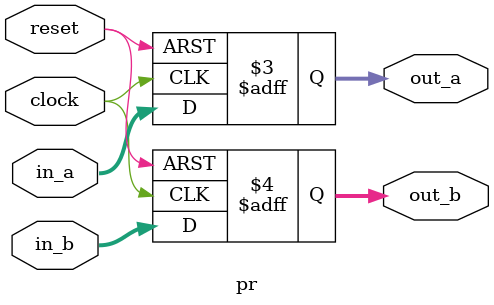
<source format=v>
module pr #(parameter width_a = 32, parameter width_b = 32)(clock, reset, in_a, in_b, out_a, out_b);
    input clock;
    input reset;                            //复位信号
    input [width_a - 1 : 0] in_a;           //数据信号
    input [width_b - 1 : 0] in_b;           //控制信号
    output reg [width_a - 1 : 0] out_a;
    output reg [width_b - 1 : 0] out_b;

    always@(posedge clock,negedge reset) begin
        if (reset == 1'b0) begin            //同pc，低电平异步复位
            out_a <= 0;                     //reset为0时，所有复位信号被复位为0
            out_b <= 0;
        end
        else begin
            out_a <= in_a;
            out_b <= in_b;    
        end
    end
endmodule

</source>
